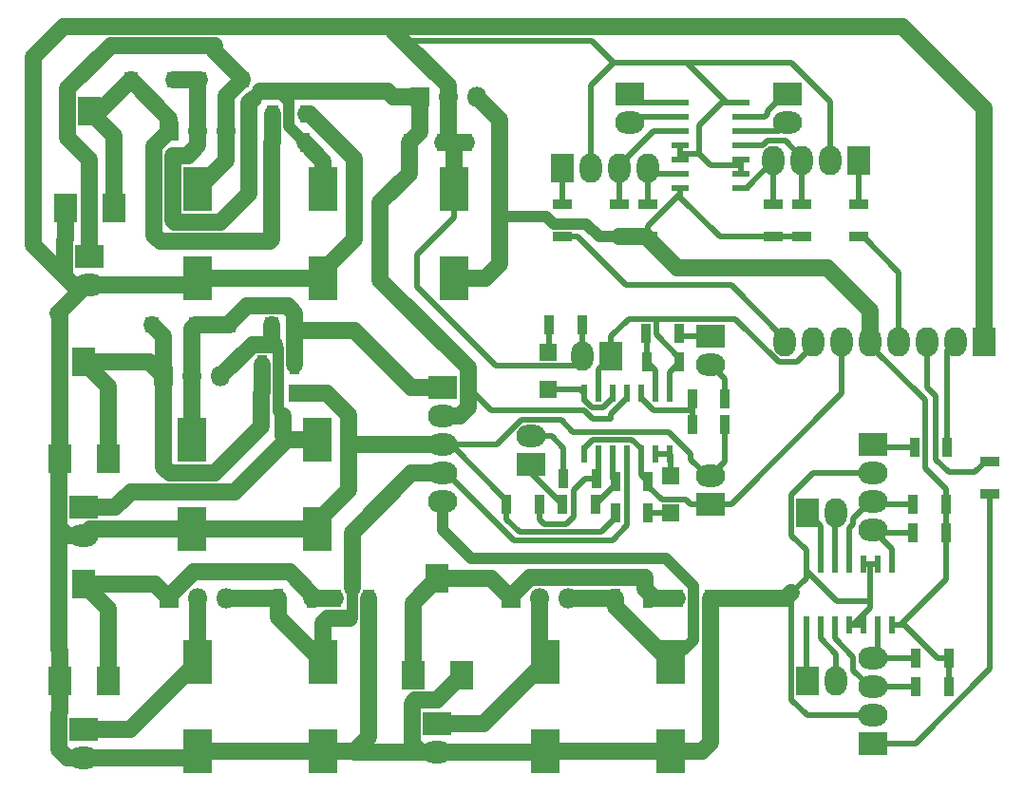
<source format=gbr>
G04 #@! TF.GenerationSoftware,KiCad,Pcbnew,5.0.2-bee76a0~70~ubuntu18.04.1*
G04 #@! TF.CreationDate,2020-04-05T16:45:57+02:00*
G04 #@! TF.ProjectId,test_box_control_board,74657374-5f62-46f7-985f-636f6e74726f,rev?*
G04 #@! TF.SameCoordinates,PX78dfd90PY94bb320*
G04 #@! TF.FileFunction,Copper,L1,Top*
G04 #@! TF.FilePolarity,Positive*
%FSLAX46Y46*%
G04 Gerber Fmt 4.6, Leading zero omitted, Abs format (unit mm)*
G04 Created by KiCad (PCBNEW 5.0.2-bee76a0~70~ubuntu18.04.1) date sön  5 apr 2020 16:45:57*
%MOMM*%
%LPD*%
G01*
G04 APERTURE LIST*
G04 #@! TA.AperFunction,SMDPad,CuDef*
%ADD10R,2.500000X4.000000*%
G04 #@! TD*
G04 #@! TA.AperFunction,SMDPad,CuDef*
%ADD11R,1.000000X1.600000*%
G04 #@! TD*
G04 #@! TA.AperFunction,SMDPad,CuDef*
%ADD12R,1.270000X1.470000*%
G04 #@! TD*
G04 #@! TA.AperFunction,SMDPad,CuDef*
%ADD13R,1.500000X1.500000*%
G04 #@! TD*
G04 #@! TA.AperFunction,ComponentPad*
%ADD14O,2.600000X2.000000*%
G04 #@! TD*
G04 #@! TA.AperFunction,ComponentPad*
%ADD15R,2.600000X2.000000*%
G04 #@! TD*
G04 #@! TA.AperFunction,ComponentPad*
%ADD16O,2.000000X2.600000*%
G04 #@! TD*
G04 #@! TA.AperFunction,ComponentPad*
%ADD17R,2.000000X2.600000*%
G04 #@! TD*
G04 #@! TA.AperFunction,SMDPad,CuDef*
%ADD18R,0.900000X1.700000*%
G04 #@! TD*
G04 #@! TA.AperFunction,SMDPad,CuDef*
%ADD19R,1.700000X0.900000*%
G04 #@! TD*
G04 #@! TA.AperFunction,SMDPad,CuDef*
%ADD20R,2.000000X2.500000*%
G04 #@! TD*
G04 #@! TA.AperFunction,ComponentPad*
%ADD21O,1.800000X1.800000*%
G04 #@! TD*
G04 #@! TA.AperFunction,ComponentPad*
%ADD22R,1.800000X1.800000*%
G04 #@! TD*
G04 #@! TA.AperFunction,SMDPad,CuDef*
%ADD23R,0.600000X1.500000*%
G04 #@! TD*
G04 #@! TA.AperFunction,SMDPad,CuDef*
%ADD24R,1.500000X0.600000*%
G04 #@! TD*
G04 #@! TA.AperFunction,Conductor*
%ADD25C,1.500000*%
G04 #@! TD*
G04 #@! TA.AperFunction,Conductor*
%ADD26C,0.500000*%
G04 #@! TD*
G04 #@! TA.AperFunction,Conductor*
%ADD27C,1.000000*%
G04 #@! TD*
G04 APERTURE END LIST*
D10*
G04 #@! TO.P,C1,2*
G04 #@! TO.N,GND*
X26162000Y22416000D03*
G04 #@! TO.P,C1,1*
G04 #@! TO.N,/21V_IN*
X26162000Y30416000D03*
G04 #@! TD*
G04 #@! TO.P,C2,1*
G04 #@! TO.N,GND*
X46482000Y2604000D03*
G04 #@! TO.P,C2,2*
G04 #@! TO.N,/-21V_IN*
X46482000Y10604000D03*
G04 #@! TD*
G04 #@! TO.P,C3,1*
G04 #@! TO.N,/11V_IN*
X15494000Y52768000D03*
G04 #@! TO.P,C3,2*
G04 #@! TO.N,GND*
X15494000Y44768000D03*
G04 #@! TD*
G04 #@! TO.P,C4,2*
G04 #@! TO.N,/-11V_IN*
X15494000Y10604000D03*
G04 #@! TO.P,C4,1*
G04 #@! TO.N,GND*
X15494000Y2604000D03*
G04 #@! TD*
D11*
G04 #@! TO.P,C5,2*
G04 #@! TO.N,Net-(C5-Pad2)*
X58190000Y16256000D03*
G04 #@! TO.P,C5,1*
G04 #@! TO.N,GND*
X61190000Y16256000D03*
G04 #@! TD*
G04 #@! TO.P,C6,2*
G04 #@! TO.N,Net-(C6-Pad2)*
X27710000Y16256000D03*
G04 #@! TO.P,C6,1*
G04 #@! TO.N,GND*
X30710000Y16256000D03*
G04 #@! TD*
G04 #@! TO.P,C7,2*
G04 #@! TO.N,GND*
X24130000Y34544000D03*
G04 #@! TO.P,C7,1*
G04 #@! TO.N,Net-(C7-Pad1)*
X21130000Y34544000D03*
G04 #@! TD*
G04 #@! TO.P,C8,1*
G04 #@! TO.N,Net-(C8-Pad1)*
X22122000Y59436000D03*
G04 #@! TO.P,C8,2*
G04 #@! TO.N,GND*
X25122000Y59436000D03*
G04 #@! TD*
D10*
G04 #@! TO.P,C9,1*
G04 #@! TO.N,GND*
X57658000Y2604000D03*
G04 #@! TO.P,C9,2*
G04 #@! TO.N,/-18V*
X57658000Y10604000D03*
G04 #@! TD*
G04 #@! TO.P,C10,2*
G04 #@! TO.N,/-8V*
X26670000Y10604000D03*
G04 #@! TO.P,C10,1*
G04 #@! TO.N,GND*
X26670000Y2604000D03*
G04 #@! TD*
G04 #@! TO.P,C11,2*
G04 #@! TO.N,GND*
X14986000Y22416000D03*
G04 #@! TO.P,C11,1*
G04 #@! TO.N,/18V*
X14986000Y30416000D03*
G04 #@! TD*
G04 #@! TO.P,C12,1*
G04 #@! TO.N,/8V*
X26670000Y52768000D03*
G04 #@! TO.P,C12,2*
G04 #@! TO.N,GND*
X26670000Y44768000D03*
G04 #@! TD*
D11*
G04 #@! TO.P,C13,1*
G04 #@! TO.N,/8V*
X34314000Y56896000D03*
G04 #@! TO.P,C13,2*
G04 #@! TO.N,GND*
X37314000Y56896000D03*
G04 #@! TD*
G04 #@! TO.P,C14,1*
G04 #@! TO.N,+5V*
X42394000Y56896000D03*
G04 #@! TO.P,C14,2*
G04 #@! TO.N,GND*
X39394000Y56896000D03*
G04 #@! TD*
D10*
G04 #@! TO.P,C15,2*
G04 #@! TO.N,GND*
X38354000Y52768000D03*
G04 #@! TO.P,C15,1*
G04 #@! TO.N,+5V*
X38354000Y44768000D03*
G04 #@! TD*
D12*
G04 #@! TO.P,D1,1*
G04 #@! TO.N,/21V_IN*
X22098000Y40640000D03*
G04 #@! TO.P,D1,2*
G04 #@! TO.N,/18V*
X18228000Y40640000D03*
G04 #@! TD*
G04 #@! TO.P,D2,1*
G04 #@! TO.N,/11V_IN*
X19461000Y62484000D03*
G04 #@! TO.P,D2,2*
G04 #@! TO.N,/8V*
X15591000Y62484000D03*
G04 #@! TD*
G04 #@! TO.P,D3,2*
G04 #@! TO.N,Net-(C7-Pad1)*
X11430000Y40640000D03*
G04 #@! TO.P,D3,1*
G04 #@! TO.N,/18V*
X15300000Y40640000D03*
G04 #@! TD*
G04 #@! TO.P,D4,2*
G04 #@! TO.N,Net-(C8-Pad1)*
X9495000Y62484000D03*
G04 #@! TO.P,D4,1*
G04 #@! TO.N,/8V*
X13365000Y62484000D03*
G04 #@! TD*
D13*
G04 #@! TO.P,D5,1*
G04 #@! TO.N,Net-(D5-Pad1)*
X57658000Y23878000D03*
G04 #@! TO.P,D5,2*
G04 #@! TO.N,Net-(D5-Pad2)*
X57658000Y27178000D03*
G04 #@! TD*
G04 #@! TO.P,D6,2*
G04 #@! TO.N,Net-(D6-Pad2)*
X46736000Y34926000D03*
G04 #@! TO.P,D6,1*
G04 #@! TO.N,Net-(D6-Pad1)*
X46736000Y38226000D03*
G04 #@! TD*
D14*
G04 #@! TO.P,J1,2*
G04 #@! TO.N,GND*
X5334000Y21844000D03*
D15*
G04 #@! TO.P,J1,1*
G04 #@! TO.N,/21V_IN*
X5334000Y24384000D03*
G04 #@! TD*
D14*
G04 #@! TO.P,J2,2*
G04 #@! TO.N,GND*
X5842000Y44196000D03*
D15*
G04 #@! TO.P,J2,1*
G04 #@! TO.N,/11V_IN*
X5842000Y46736000D03*
G04 #@! TD*
G04 #@! TO.P,J3,1*
G04 #@! TO.N,/-21V_IN*
X36830000Y5080000D03*
D14*
G04 #@! TO.P,J3,2*
G04 #@! TO.N,GND*
X36830000Y2540000D03*
G04 #@! TD*
D15*
G04 #@! TO.P,J4,1*
G04 #@! TO.N,/-11V_IN*
X5334000Y4572000D03*
D14*
G04 #@! TO.P,J4,2*
G04 #@! TO.N,GND*
X5334000Y2032000D03*
G04 #@! TD*
G04 #@! TO.P,J6,2*
G04 #@! TO.N,/HS1*
X61214000Y37084000D03*
D15*
G04 #@! TO.P,J6,1*
G04 #@! TO.N,/~HS1*
X61214000Y39624000D03*
G04 #@! TD*
G04 #@! TO.P,J7,1*
G04 #@! TO.N,/~HS2*
X45212000Y28194000D03*
D14*
G04 #@! TO.P,J7,2*
G04 #@! TO.N,/HS2*
X45212000Y30734000D03*
G04 #@! TD*
D16*
G04 #@! TO.P,J9,8*
G04 #@! TO.N,/BL_CTL*
X67818000Y39116000D03*
G04 #@! TO.P,J9,7*
G04 #@! TO.N,/HS1_SE*
X70358000Y39116000D03*
G04 #@! TO.P,J9,6*
G04 #@! TO.N,/HS2_SE*
X72898000Y39116000D03*
G04 #@! TO.P,J9,5*
G04 #@! TO.N,+5V*
X75438000Y39116000D03*
G04 #@! TO.P,J9,4*
G04 #@! TO.N,/HRU_CTL*
X77978000Y39116000D03*
G04 #@! TO.P,J9,3*
G04 #@! TO.N,/SPARE_CTL*
X80518000Y39116000D03*
G04 #@! TO.P,J9,2*
G04 #@! TO.N,/G_CTL*
X83058000Y39116000D03*
D17*
G04 #@! TO.P,J9,1*
G04 #@! TO.N,GND*
X85598000Y39116000D03*
G04 #@! TD*
D16*
G04 #@! TO.P,J10,2*
G04 #@! TO.N,GND*
X49784000Y37846000D03*
D17*
G04 #@! TO.P,J10,1*
G04 #@! TO.N,/HS1_SE*
X52324000Y37846000D03*
G04 #@! TD*
D15*
G04 #@! TO.P,J11,1*
G04 #@! TO.N,/HS2_SE*
X61214000Y24638000D03*
D14*
G04 #@! TO.P,J11,2*
G04 #@! TO.N,GND*
X61214000Y27178000D03*
G04 #@! TD*
G04 #@! TO.P,J12,2*
G04 #@! TO.N,/BL*
X53945575Y58674000D03*
D15*
G04 #@! TO.P,J12,1*
G04 #@! TO.N,/~BL*
X53945575Y61214000D03*
G04 #@! TD*
G04 #@! TO.P,J13,1*
G04 #@! TO.N,/~HRU*
X68072000Y61214000D03*
D14*
G04 #@! TO.P,J13,2*
G04 #@! TO.N,/HRU*
X68072000Y58674000D03*
G04 #@! TD*
D16*
G04 #@! TO.P,J14,2*
G04 #@! TO.N,Net-(J14-Pad2)*
X72390000Y8890000D03*
D17*
G04 #@! TO.P,J14,1*
G04 #@! TO.N,Net-(J14-Pad1)*
X69850000Y8890000D03*
G04 #@! TD*
G04 #@! TO.P,J15,1*
G04 #@! TO.N,/~G*
X69850000Y23876000D03*
D16*
G04 #@! TO.P,J15,2*
G04 #@! TO.N,/G*
X72390000Y23876000D03*
G04 #@! TD*
D18*
G04 #@! TO.P,R1,1*
G04 #@! TO.N,Net-(C5-Pad2)*
X55626000Y16256000D03*
G04 #@! TO.P,R1,2*
G04 #@! TO.N,/-18V*
X52726000Y16256000D03*
G04 #@! TD*
G04 #@! TO.P,R2,2*
G04 #@! TO.N,/-8V*
X22680000Y16256000D03*
G04 #@! TO.P,R2,1*
G04 #@! TO.N,Net-(C6-Pad2)*
X25580000Y16256000D03*
G04 #@! TD*
G04 #@! TO.P,R3,2*
G04 #@! TO.N,Net-(C7-Pad1)*
X21230000Y37084000D03*
G04 #@! TO.P,R3,1*
G04 #@! TO.N,/18V*
X24130000Y37084000D03*
G04 #@! TD*
G04 #@! TO.P,R4,1*
G04 #@! TO.N,/8V*
X24998000Y56896000D03*
G04 #@! TO.P,R4,2*
G04 #@! TO.N,Net-(C8-Pad1)*
X22098000Y56896000D03*
G04 #@! TD*
G04 #@! TO.P,R5,2*
G04 #@! TO.N,/~HS1*
X58346000Y39878000D03*
G04 #@! TO.P,R5,1*
G04 #@! TO.N,Net-(R11-Pad2)*
X55446000Y39878000D03*
G04 #@! TD*
G04 #@! TO.P,R6,1*
G04 #@! TO.N,Net-(R6-Pad1)*
X59584000Y34036000D03*
G04 #@! TO.P,R6,2*
G04 #@! TO.N,/HS1*
X62484000Y34036000D03*
G04 #@! TD*
G04 #@! TO.P,R7,2*
G04 #@! TO.N,/~HS2*
X48006000Y24638000D03*
G04 #@! TO.P,R7,1*
G04 #@! TO.N,Net-(R12-Pad2)*
X50906000Y24638000D03*
G04 #@! TD*
G04 #@! TO.P,R8,2*
G04 #@! TO.N,/HS2*
X48080000Y26924000D03*
G04 #@! TO.P,R8,1*
G04 #@! TO.N,Net-(R10-Pad1)*
X50980000Y26924000D03*
G04 #@! TD*
G04 #@! TO.P,R9,2*
G04 #@! TO.N,GND*
X62484000Y31750000D03*
G04 #@! TO.P,R9,1*
G04 #@! TO.N,Net-(R6-Pad1)*
X59584000Y31750000D03*
G04 #@! TD*
G04 #@! TO.P,R10,1*
G04 #@! TO.N,Net-(R10-Pad1)*
X45900000Y24638000D03*
G04 #@! TO.P,R10,2*
G04 #@! TO.N,GND*
X43000000Y24638000D03*
G04 #@! TD*
G04 #@! TO.P,R11,1*
G04 #@! TO.N,/HS1_SE*
X58420000Y37338000D03*
G04 #@! TO.P,R11,2*
G04 #@! TO.N,Net-(R11-Pad2)*
X55520000Y37338000D03*
G04 #@! TD*
G04 #@! TO.P,R12,1*
G04 #@! TO.N,/HS2_SE*
X55626000Y26670000D03*
G04 #@! TO.P,R12,2*
G04 #@! TO.N,Net-(R12-Pad2)*
X52726000Y26670000D03*
G04 #@! TD*
G04 #@! TO.P,R13,1*
G04 #@! TO.N,Net-(D5-Pad1)*
X55626000Y23876000D03*
G04 #@! TO.P,R13,2*
G04 #@! TO.N,GND*
X52726000Y23876000D03*
G04 #@! TD*
G04 #@! TO.P,R14,1*
G04 #@! TO.N,Net-(D6-Pad1)*
X46810000Y40640000D03*
G04 #@! TO.P,R14,2*
G04 #@! TO.N,GND*
X49710000Y40640000D03*
G04 #@! TD*
D19*
G04 #@! TO.P,R15,2*
G04 #@! TO.N,/BL_CTL*
X48006000Y48514000D03*
G04 #@! TO.P,R15,1*
G04 #@! TO.N,Net-(J8-Pad1)*
X48006000Y51414000D03*
G04 #@! TD*
G04 #@! TO.P,R16,1*
G04 #@! TO.N,Net-(J16-Pad1)*
X74422000Y51414000D03*
G04 #@! TO.P,R16,2*
G04 #@! TO.N,/HRU_CTL*
X74422000Y48514000D03*
G04 #@! TD*
G04 #@! TO.P,R17,2*
G04 #@! TO.N,/SPARE_CTL*
X86106000Y28448000D03*
G04 #@! TO.P,R17,1*
G04 #@! TO.N,Net-(J17-Pad1)*
X86106000Y25548000D03*
G04 #@! TD*
D18*
G04 #@! TO.P,R18,2*
G04 #@! TO.N,/G_CTL*
X82296000Y29718000D03*
G04 #@! TO.P,R18,1*
G04 #@! TO.N,Net-(J18-Pad1)*
X79396000Y29718000D03*
G04 #@! TD*
D19*
G04 #@! TO.P,R19,1*
G04 #@! TO.N,+5V*
X53086000Y48514000D03*
G04 #@! TO.P,R19,2*
G04 #@! TO.N,Net-(J8-Pad3)*
X53086000Y51414000D03*
G04 #@! TD*
G04 #@! TO.P,R20,1*
G04 #@! TO.N,+5V*
X69342000Y48514000D03*
G04 #@! TO.P,R20,2*
G04 #@! TO.N,Net-(J16-Pad3)*
X69342000Y51414000D03*
G04 #@! TD*
D18*
G04 #@! TO.P,R21,2*
G04 #@! TO.N,Net-(J17-Pad3)*
X79502000Y8382000D03*
G04 #@! TO.P,R21,1*
G04 #@! TO.N,+5V*
X82402000Y8382000D03*
G04 #@! TD*
G04 #@! TO.P,R22,1*
G04 #@! TO.N,+5V*
X82148000Y24638000D03*
G04 #@! TO.P,R22,2*
G04 #@! TO.N,Net-(J18-Pad3)*
X79248000Y24638000D03*
G04 #@! TD*
D19*
G04 #@! TO.P,R23,2*
G04 #@! TO.N,Net-(J8-Pad4)*
X55626000Y51414000D03*
G04 #@! TO.P,R23,1*
G04 #@! TO.N,+5V*
X55626000Y48514000D03*
G04 #@! TD*
G04 #@! TO.P,R24,2*
G04 #@! TO.N,Net-(J16-Pad4)*
X66802000Y51414000D03*
G04 #@! TO.P,R24,1*
G04 #@! TO.N,+5V*
X66802000Y48514000D03*
G04 #@! TD*
D18*
G04 #@! TO.P,R25,2*
G04 #@! TO.N,Net-(J17-Pad4)*
X79502000Y10922000D03*
G04 #@! TO.P,R25,1*
G04 #@! TO.N,+5V*
X82402000Y10922000D03*
G04 #@! TD*
G04 #@! TO.P,R26,1*
G04 #@! TO.N,+5V*
X82148000Y22098000D03*
G04 #@! TO.P,R26,2*
G04 #@! TO.N,Net-(J18-Pad4)*
X79248000Y22098000D03*
G04 #@! TD*
D20*
G04 #@! TO.P,RV1,1*
G04 #@! TO.N,GND*
X38980000Y9391000D03*
G04 #@! TO.P,RV1,2*
G04 #@! TO.N,Net-(C5-Pad2)*
X36830000Y18041000D03*
G04 #@! TO.P,RV1,3*
X34680000Y9391000D03*
G04 #@! TD*
G04 #@! TO.P,RV2,1*
G04 #@! TO.N,Net-(C6-Pad2)*
X7484000Y8883000D03*
G04 #@! TO.P,RV2,2*
X5334000Y17533000D03*
G04 #@! TO.P,RV2,3*
G04 #@! TO.N,GND*
X3184000Y8883000D03*
G04 #@! TD*
G04 #@! TO.P,RV3,3*
G04 #@! TO.N,GND*
X3184000Y28695000D03*
G04 #@! TO.P,RV3,2*
G04 #@! TO.N,Net-(C7-Pad1)*
X5334000Y37345000D03*
G04 #@! TO.P,RV3,1*
X7484000Y28695000D03*
G04 #@! TD*
G04 #@! TO.P,RV4,3*
G04 #@! TO.N,GND*
X3692000Y51047000D03*
G04 #@! TO.P,RV4,2*
G04 #@! TO.N,Net-(C8-Pad1)*
X5842000Y59697000D03*
G04 #@! TO.P,RV4,1*
X7992000Y51047000D03*
G04 #@! TD*
D21*
G04 #@! TO.P,U1,3*
G04 #@! TO.N,/-18V*
X48514000Y16256000D03*
G04 #@! TO.P,U1,2*
G04 #@! TO.N,/-21V_IN*
X45974000Y16256000D03*
D22*
G04 #@! TO.P,U1,1*
G04 #@! TO.N,Net-(C5-Pad2)*
X43434000Y16256000D03*
G04 #@! TD*
D21*
G04 #@! TO.P,U2,3*
G04 #@! TO.N,/-8V*
X18034000Y16256000D03*
G04 #@! TO.P,U2,2*
G04 #@! TO.N,/-11V_IN*
X15494000Y16256000D03*
D22*
G04 #@! TO.P,U2,1*
G04 #@! TO.N,Net-(C6-Pad2)*
X12954000Y16256000D03*
G04 #@! TD*
D21*
G04 #@! TO.P,U3,3*
G04 #@! TO.N,/21V_IN*
X17526000Y36068000D03*
G04 #@! TO.P,U3,2*
G04 #@! TO.N,/18V*
X14986000Y36068000D03*
D22*
G04 #@! TO.P,U3,1*
G04 #@! TO.N,Net-(C7-Pad1)*
X12446000Y36068000D03*
G04 #@! TD*
G04 #@! TO.P,U4,1*
G04 #@! TO.N,Net-(C8-Pad1)*
X12954000Y57912000D03*
D21*
G04 #@! TO.P,U4,2*
G04 #@! TO.N,/8V*
X15494000Y57912000D03*
G04 #@! TO.P,U4,3*
G04 #@! TO.N,/11V_IN*
X18034000Y57912000D03*
G04 #@! TD*
D22*
G04 #@! TO.P,U5,1*
G04 #@! TO.N,/8V*
X35306000Y60960000D03*
D21*
G04 #@! TO.P,U5,2*
G04 #@! TO.N,GND*
X37846000Y60960000D03*
G04 #@! TO.P,U5,3*
G04 #@! TO.N,+5V*
X40386000Y60960000D03*
G04 #@! TD*
D23*
G04 #@! TO.P,U6,14*
G04 #@! TO.N,Net-(D5-Pad2)*
X57527088Y29175343D03*
G04 #@! TO.P,U6,13*
X56257088Y29175343D03*
G04 #@! TO.P,U6,12*
G04 #@! TO.N,/HS2_SE*
X54987088Y29175343D03*
G04 #@! TO.P,U6,11*
G04 #@! TO.N,/-8V*
X53717088Y29175343D03*
G04 #@! TO.P,U6,10*
G04 #@! TO.N,Net-(R12-Pad2)*
X52447088Y29175343D03*
G04 #@! TO.P,U6,9*
G04 #@! TO.N,Net-(R10-Pad1)*
X51177088Y29175343D03*
G04 #@! TO.P,U6,8*
G04 #@! TO.N,/HS2_SE*
X49907088Y29175343D03*
G04 #@! TO.P,U6,7*
G04 #@! TO.N,Net-(D6-Pad2)*
X49907088Y34575343D03*
G04 #@! TO.P,U6,6*
G04 #@! TO.N,/HS1_SE*
X51177088Y34575343D03*
G04 #@! TO.P,U6,5*
G04 #@! TO.N,Net-(D6-Pad2)*
X52447088Y34575343D03*
G04 #@! TO.P,U6,4*
G04 #@! TO.N,/8V*
X53717088Y34575343D03*
G04 #@! TO.P,U6,3*
G04 #@! TO.N,Net-(R6-Pad1)*
X54987088Y34575343D03*
G04 #@! TO.P,U6,2*
G04 #@! TO.N,Net-(R11-Pad2)*
X56257088Y34575343D03*
G04 #@! TO.P,U6,1*
G04 #@! TO.N,/HS1_SE*
X57527088Y34575343D03*
G04 #@! TD*
D24*
G04 #@! TO.P,U7,14*
G04 #@! TO.N,+5V*
X58482918Y52832000D03*
G04 #@! TO.P,U7,13*
G04 #@! TO.N,Net-(J8-Pad4)*
X58482918Y54102000D03*
G04 #@! TO.P,U7,12*
G04 #@! TO.N,GND*
X58482918Y55372000D03*
G04 #@! TO.P,U7,11*
X58482918Y56642000D03*
G04 #@! TO.P,U7,10*
G04 #@! TO.N,Net-(J8-Pad3)*
X58482918Y57912000D03*
G04 #@! TO.P,U7,9*
G04 #@! TO.N,/BL*
X58482918Y59182000D03*
G04 #@! TO.P,U7,8*
G04 #@! TO.N,/~BL*
X58482918Y60452000D03*
G04 #@! TO.P,U7,7*
G04 #@! TO.N,GND*
X63882918Y60452000D03*
G04 #@! TO.P,U7,6*
G04 #@! TO.N,/~HRU*
X63882918Y59182000D03*
G04 #@! TO.P,U7,5*
G04 #@! TO.N,/HRU*
X63882918Y57912000D03*
G04 #@! TO.P,U7,4*
G04 #@! TO.N,Net-(J16-Pad3)*
X63882918Y56642000D03*
G04 #@! TO.P,U7,3*
G04 #@! TO.N,GND*
X63882918Y55372000D03*
G04 #@! TO.P,U7,2*
X63882918Y54102000D03*
G04 #@! TO.P,U7,1*
G04 #@! TO.N,Net-(J16-Pad4)*
X63882918Y52832000D03*
G04 #@! TD*
D23*
G04 #@! TO.P,U8,1*
G04 #@! TO.N,Net-(J18-Pad4)*
X77339088Y19335343D03*
G04 #@! TO.P,U8,2*
G04 #@! TO.N,GND*
X76069088Y19335343D03*
G04 #@! TO.P,U8,3*
X74799088Y19335343D03*
G04 #@! TO.P,U8,4*
G04 #@! TO.N,Net-(J18-Pad3)*
X73529088Y19335343D03*
G04 #@! TO.P,U8,5*
G04 #@! TO.N,/G*
X72259088Y19335343D03*
G04 #@! TO.P,U8,6*
G04 #@! TO.N,/~G*
X70989088Y19335343D03*
G04 #@! TO.P,U8,7*
G04 #@! TO.N,GND*
X69719088Y19335343D03*
G04 #@! TO.P,U8,8*
G04 #@! TO.N,Net-(J14-Pad1)*
X69719088Y13935343D03*
G04 #@! TO.P,U8,9*
G04 #@! TO.N,Net-(J14-Pad2)*
X70989088Y13935343D03*
G04 #@! TO.P,U8,10*
G04 #@! TO.N,Net-(J17-Pad3)*
X72259088Y13935343D03*
G04 #@! TO.P,U8,11*
G04 #@! TO.N,GND*
X73529088Y13935343D03*
G04 #@! TO.P,U8,12*
X74799088Y13935343D03*
G04 #@! TO.P,U8,13*
G04 #@! TO.N,Net-(J17-Pad4)*
X76069088Y13935343D03*
G04 #@! TO.P,U8,14*
G04 #@! TO.N,+5V*
X77339088Y13935343D03*
G04 #@! TD*
D14*
G04 #@! TO.P,J5,5*
G04 #@! TO.N,/-18V*
X37338000Y24892000D03*
G04 #@! TO.P,J5,4*
G04 #@! TO.N,/-8V*
X37338000Y27432000D03*
G04 #@! TO.P,J5,3*
G04 #@! TO.N,GND*
X37338000Y29972000D03*
G04 #@! TO.P,J5,2*
G04 #@! TO.N,/8V*
X37338000Y32512000D03*
D15*
G04 #@! TO.P,J5,1*
G04 #@! TO.N,/18V*
X37338000Y35052000D03*
G04 #@! TD*
D17*
G04 #@! TO.P,J8,1*
G04 #@! TO.N,Net-(J8-Pad1)*
X48006000Y54610000D03*
D16*
G04 #@! TO.P,J8,2*
G04 #@! TO.N,GND*
X50546000Y54610000D03*
G04 #@! TO.P,J8,3*
G04 #@! TO.N,Net-(J8-Pad3)*
X53086000Y54610000D03*
G04 #@! TO.P,J8,4*
G04 #@! TO.N,Net-(J8-Pad4)*
X55626000Y54610000D03*
G04 #@! TD*
D17*
G04 #@! TO.P,J16,1*
G04 #@! TO.N,Net-(J16-Pad1)*
X74422000Y55267208D03*
D16*
G04 #@! TO.P,J16,2*
G04 #@! TO.N,GND*
X71882000Y55267208D03*
G04 #@! TO.P,J16,3*
G04 #@! TO.N,Net-(J16-Pad3)*
X69342000Y55267208D03*
G04 #@! TO.P,J16,4*
G04 #@! TO.N,Net-(J16-Pad4)*
X66802000Y55267208D03*
G04 #@! TD*
D14*
G04 #@! TO.P,J17,4*
G04 #@! TO.N,Net-(J17-Pad4)*
X75692000Y10922000D03*
G04 #@! TO.P,J17,3*
G04 #@! TO.N,Net-(J17-Pad3)*
X75692000Y8382000D03*
G04 #@! TO.P,J17,2*
G04 #@! TO.N,GND*
X75692000Y5842000D03*
D15*
G04 #@! TO.P,J17,1*
G04 #@! TO.N,Net-(J17-Pad1)*
X75692000Y3302000D03*
G04 #@! TD*
D14*
G04 #@! TO.P,J18,4*
G04 #@! TO.N,Net-(J18-Pad4)*
X75692000Y22352000D03*
G04 #@! TO.P,J18,3*
G04 #@! TO.N,Net-(J18-Pad3)*
X75692000Y24892000D03*
G04 #@! TO.P,J18,2*
G04 #@! TO.N,GND*
X75692000Y27432000D03*
D15*
G04 #@! TO.P,J18,1*
G04 #@! TO.N,Net-(J18-Pad1)*
X75692000Y29972000D03*
G04 #@! TD*
D25*
G04 #@! TO.N,GND*
X15494000Y44768000D02*
X26670000Y44768000D01*
X36830000Y2540000D02*
X35359998Y2540000D01*
X38354000Y52768000D02*
X38354000Y56896000D01*
D26*
X68399999Y7229999D02*
X68399999Y16766254D01*
D25*
X29420000Y2604000D02*
X26670000Y2604000D01*
X29484000Y2540000D02*
X36830000Y2540000D01*
D26*
X68399999Y21904432D02*
X69719088Y20585343D01*
D25*
X3184000Y41538000D02*
X3042000Y41680000D01*
X3083999Y11733001D02*
X3083999Y22623999D01*
D26*
X63882918Y54864000D02*
X61214000Y54864000D01*
D25*
X34538000Y29972000D02*
X28912000Y29972000D01*
X28912000Y25916000D02*
X26162000Y23166000D01*
D26*
X76069088Y19335343D02*
X75438000Y19335343D01*
D25*
X67889745Y16256000D02*
X64262000Y16256000D01*
X3042000Y41696000D02*
X5542000Y44196000D01*
X64262000Y16256000D02*
X61190000Y16256000D01*
X3083999Y27721999D02*
X3083999Y22623999D01*
X5842000Y44196000D02*
X4371998Y44196000D01*
D26*
X50546000Y54610000D02*
X50546000Y61976000D01*
D25*
X34876999Y7190999D02*
X36779999Y7190999D01*
D26*
X63882918Y55372000D02*
X63882918Y54864000D01*
X52578000Y64008000D02*
X59076918Y64008000D01*
D25*
X26162000Y23166000D02*
X26162000Y22416000D01*
X771010Y64525010D02*
X3478010Y67232010D01*
X3591999Y48196999D02*
X3692000Y48297000D01*
X37314000Y56896000D02*
X38354000Y56896000D01*
X46418000Y2540000D02*
X46482000Y2604000D01*
D26*
X68399999Y25536001D02*
X68399999Y21904432D01*
D25*
X29420000Y55484002D02*
X29420000Y48268000D01*
D27*
X24130000Y34544000D02*
X24638000Y34544000D01*
D25*
X5842000Y44196000D02*
X14922000Y44196000D01*
X68399999Y16766254D02*
X67889745Y16256000D01*
D26*
X75438000Y19335343D02*
X75438000Y16002000D01*
D25*
X37338000Y29972000D02*
X34538000Y29972000D01*
X3184000Y27822000D02*
X3083999Y27721999D01*
X3863998Y21844000D02*
X5334000Y21844000D01*
X34579999Y3319999D02*
X34579999Y6893999D01*
X3184000Y28695000D02*
X3184000Y41538000D01*
X60408000Y2604000D02*
X57658000Y2604000D01*
D26*
X75692000Y27432000D02*
X70295998Y27432000D01*
D25*
X3863998Y2032000D02*
X3083999Y2811999D01*
D26*
X58482918Y56642000D02*
X58482918Y55880000D01*
D25*
X3083999Y22623999D02*
X3863998Y21844000D01*
D26*
X75438000Y15459343D02*
X73914000Y13935343D01*
X50591998Y65994002D02*
X52578000Y64008000D01*
D25*
X5542000Y44196000D02*
X5842000Y44196000D01*
X3042000Y41680000D02*
X3042000Y41696000D01*
X4371998Y44196000D02*
X771010Y47796988D01*
D26*
X73914000Y13935343D02*
X73529088Y13935343D01*
X71882000Y55267208D02*
X71882000Y60514002D01*
X68388002Y64008000D02*
X59076918Y64008000D01*
D25*
X14922000Y44196000D02*
X15494000Y44768000D01*
X32543992Y67232010D02*
X33782000Y65994002D01*
X35359998Y2540000D02*
X34579999Y3319999D01*
D26*
X69719088Y20585343D02*
X69719088Y19335343D01*
D25*
X4371998Y44196000D02*
X3591999Y44975999D01*
X30710000Y3894000D02*
X29420000Y2604000D01*
X61190000Y16256000D02*
X61190000Y3386000D01*
D26*
X70295998Y27432000D02*
X68399999Y25536001D01*
X33782000Y65994002D02*
X50591998Y65994002D01*
D25*
X25468002Y59436000D02*
X29420000Y55484002D01*
X30710000Y16256000D02*
X30710000Y3894000D01*
D26*
X75692000Y5842000D02*
X69787998Y5842000D01*
X69787998Y5842000D02*
X68399999Y7229999D01*
D25*
X3184000Y8883000D02*
X3184000Y11633000D01*
D26*
X59076918Y64008000D02*
X62632918Y60452000D01*
D25*
X26670000Y45518000D02*
X26670000Y44768000D01*
X29420000Y48268000D02*
X26670000Y45518000D01*
X34579999Y6893999D02*
X34876999Y7190999D01*
D26*
X71882000Y60514002D02*
X68388002Y64008000D01*
D25*
X3591999Y44975999D02*
X3591999Y48196999D01*
X37846000Y57428000D02*
X37314000Y56896000D01*
X38354000Y56896000D02*
X39394000Y56896000D01*
D26*
X58482918Y55880000D02*
X58482918Y55372000D01*
D25*
X3083999Y6032999D02*
X3184000Y6133000D01*
X37800002Y61976000D02*
X37800002Y61005998D01*
D26*
X50546000Y61976000D02*
X52578000Y64008000D01*
D25*
X33782000Y65994002D02*
X37800002Y61976000D01*
X3184000Y6133000D02*
X3184000Y8883000D01*
X15494000Y2604000D02*
X26670000Y2604000D01*
D26*
X63882918Y60452000D02*
X62230000Y60452000D01*
X74799088Y13935343D02*
X73914000Y13935343D01*
X75438000Y16002000D02*
X75438000Y15459343D01*
D25*
X25122000Y59436000D02*
X25468002Y59436000D01*
X5334000Y2032000D02*
X3863998Y2032000D01*
X5906000Y22416000D02*
X5334000Y21844000D01*
D26*
X68399999Y16766254D02*
X69719088Y18085343D01*
X63882918Y54864000D02*
X63882918Y54102000D01*
D25*
X771010Y47796988D02*
X771010Y64525010D01*
X3083999Y2811999D02*
X3083999Y6032999D01*
X61190000Y3386000D02*
X60408000Y2604000D01*
X37800002Y61005998D02*
X37846000Y60960000D01*
D26*
X75438000Y19335343D02*
X74799088Y19335343D01*
D25*
X37846000Y60960000D02*
X37846000Y57428000D01*
X46482000Y2604000D02*
X57658000Y2604000D01*
X14986000Y22416000D02*
X5906000Y22416000D01*
X26994002Y34544000D02*
X28912000Y32626002D01*
X26162000Y22416000D02*
X14986000Y22416000D01*
X28912000Y32626002D02*
X28912000Y29972000D01*
X5334000Y2032000D02*
X14922000Y2032000D01*
D26*
X62632918Y60452000D02*
X63882918Y60452000D01*
D25*
X24638000Y34544000D02*
X26994002Y34544000D01*
D26*
X72462429Y16002000D02*
X75438000Y16002000D01*
D25*
X3692000Y48297000D02*
X3692000Y51047000D01*
X36779999Y7190999D02*
X38980000Y9391000D01*
X28912000Y29972000D02*
X28912000Y25916000D01*
D26*
X69719088Y18745341D02*
X72462429Y16002000D01*
D25*
X14922000Y2032000D02*
X15494000Y2604000D01*
D26*
X60198000Y55880000D02*
X58482918Y55880000D01*
X60198000Y58420000D02*
X60198000Y55880000D01*
D25*
X3184000Y28695000D02*
X3184000Y27822000D01*
X3184000Y11633000D02*
X3083999Y11733001D01*
D26*
X69719088Y18085343D02*
X69719088Y19335343D01*
D25*
X36830000Y2540000D02*
X46418000Y2540000D01*
D26*
X61214000Y54864000D02*
X60198000Y55880000D01*
X62230000Y60452000D02*
X60198000Y58420000D01*
D25*
X29420000Y2604000D02*
X29484000Y2540000D01*
D26*
X69719088Y19335343D02*
X69719088Y18745341D01*
D25*
X85598000Y59944000D02*
X78309990Y67232010D01*
X78309990Y67232010D02*
X31750000Y67232010D01*
X85598000Y39116000D02*
X85598000Y59944000D01*
X3478010Y67232010D02*
X31750000Y67232010D01*
X31750000Y67232010D02*
X32543992Y67232010D01*
D26*
X44128010Y22159990D02*
X51409990Y22159990D01*
X51409990Y22159990D02*
X52726000Y23476000D01*
X43000000Y23288000D02*
X44128010Y22159990D01*
X52726000Y23476000D02*
X52726000Y23876000D01*
X43000000Y24638000D02*
X43000000Y23288000D01*
X49784000Y40566000D02*
X49710000Y40640000D01*
X49784000Y37846000D02*
X49784000Y40566000D01*
X62484000Y28448000D02*
X61214000Y27178000D01*
X62484000Y31750000D02*
X62484000Y28448000D01*
X38066000Y29972000D02*
X37338000Y29972000D01*
X43000000Y25038000D02*
X38066000Y29972000D01*
X43000000Y24638000D02*
X43000000Y25038000D01*
X42099377Y29972000D02*
X37338000Y29972000D01*
X44311387Y32184010D02*
X42099377Y29972000D01*
X47846696Y32184010D02*
X44311387Y32184010D01*
X60914000Y27178000D02*
X59414000Y28678000D01*
X61214000Y27178000D02*
X60914000Y27178000D01*
X59414000Y28678000D02*
X59414000Y29148433D01*
X48905353Y31125353D02*
X47846696Y32184010D01*
X59414000Y29148433D02*
X57437080Y31125353D01*
X57437080Y31125353D02*
X48905353Y31125353D01*
X42035999Y37025999D02*
X35052000Y44009998D01*
X49263999Y37025999D02*
X42035999Y37025999D01*
X49784000Y37846000D02*
X49784000Y37546000D01*
X49784000Y37546000D02*
X49263999Y37025999D01*
X38354000Y50268000D02*
X38354000Y52768000D01*
X35052000Y46966000D02*
X38354000Y50268000D01*
X35052000Y44009998D02*
X35052000Y46966000D01*
D25*
G04 #@! TO.N,/21V_IN*
X20342001Y38884001D02*
X22329999Y38884001D01*
X17526000Y36068000D02*
X20342001Y38884001D01*
D27*
X22680010Y38533990D02*
X22680010Y32945990D01*
X22329999Y38884001D02*
X22680010Y38533990D01*
X22680010Y32945990D02*
X23114000Y32512000D01*
D25*
X23114000Y30714000D02*
X23412000Y30416000D01*
X23114000Y32512000D02*
X23114000Y30714000D01*
X22098000Y39116000D02*
X22329999Y38884001D01*
X22098000Y40640000D02*
X22098000Y39116000D01*
X23412000Y30416000D02*
X26162000Y30416000D01*
X18761989Y25765989D02*
X23412000Y30416000D01*
X9515989Y25765989D02*
X18761989Y25765989D01*
X8134000Y24384000D02*
X9515989Y25765989D01*
X5334000Y24384000D02*
X8134000Y24384000D01*
G04 #@! TO.N,/-21V_IN*
X40958000Y5080000D02*
X46482000Y10604000D01*
X36830000Y5080000D02*
X40958000Y5080000D01*
X45974000Y11112000D02*
X46482000Y10604000D01*
X45974000Y16256000D02*
X45974000Y11112000D01*
G04 #@! TO.N,/11V_IN*
X18034000Y55308000D02*
X18034000Y57912000D01*
X15494000Y52768000D02*
X18034000Y55308000D01*
X18034000Y61057000D02*
X19461000Y62484000D01*
X18034000Y57912000D02*
X18034000Y61057000D01*
X3891999Y61707001D02*
X7716998Y65532000D01*
X3891999Y57322001D02*
X3891999Y61707001D01*
X5842000Y46736000D02*
X5842000Y55372000D01*
X5842000Y55372000D02*
X3891999Y57322001D01*
X7716998Y65532000D02*
X17018000Y65532000D01*
X19461000Y62584000D02*
X19461000Y62484000D01*
X17018000Y65027000D02*
X19461000Y62584000D01*
X17018000Y65532000D02*
X17018000Y65027000D01*
G04 #@! TO.N,/-11V_IN*
X15494000Y16256000D02*
X15494000Y10604000D01*
X9462000Y4572000D02*
X15494000Y10604000D01*
X5334000Y4572000D02*
X9462000Y4572000D01*
G04 #@! TO.N,Net-(C5-Pad2)*
X34680000Y15891000D02*
X36830000Y18041000D01*
X34680000Y9391000D02*
X34680000Y15891000D01*
X41649000Y18041000D02*
X43434000Y16256000D01*
X36830000Y18041000D02*
X41649000Y18041000D01*
X45085999Y18106001D02*
X55299999Y18106001D01*
X43434000Y16256000D02*
X43434000Y16454002D01*
X43434000Y16454002D02*
X45085999Y18106001D01*
X56190000Y16256000D02*
X58190000Y16256000D01*
X55299999Y17146001D02*
X56190000Y16256000D01*
X55299999Y18106001D02*
X55299999Y17146001D01*
G04 #@! TO.N,Net-(C6-Pad2)*
X11677000Y17533000D02*
X12954000Y16256000D01*
X5334000Y17533000D02*
X11677000Y17533000D01*
X25580000Y16656000D02*
X25580000Y16256000D01*
X23630000Y18606000D02*
X25580000Y16656000D01*
X15105998Y18606000D02*
X23630000Y18606000D01*
X12954000Y16454002D02*
X15105998Y18606000D01*
X12954000Y16256000D02*
X12954000Y16454002D01*
X25580000Y16256000D02*
X27178000Y16256000D01*
X27178000Y16256000D02*
X27710000Y16256000D01*
X7484000Y15383000D02*
X5334000Y17533000D01*
X7484000Y8883000D02*
X7484000Y15383000D01*
G04 #@! TO.N,Net-(C7-Pad1)*
X21230000Y34644000D02*
X21130000Y34544000D01*
X21230000Y37084000D02*
X21230000Y34644000D01*
X12446000Y33668000D02*
X12446000Y36068000D01*
X12446000Y27995998D02*
X12446000Y33668000D01*
X16996001Y27465999D02*
X12975999Y27465999D01*
X21130000Y31599998D02*
X16996001Y27465999D01*
X12975999Y27465999D02*
X12446000Y27995998D01*
X21130000Y34544000D02*
X21130000Y31599998D01*
X12446000Y39624000D02*
X11430000Y40640000D01*
X12446000Y36068000D02*
X12446000Y39624000D01*
X11169000Y37345000D02*
X12446000Y36068000D01*
X5334000Y37345000D02*
X11169000Y37345000D01*
X7484000Y35195000D02*
X5334000Y37345000D01*
X7484000Y28695000D02*
X7484000Y35195000D01*
G04 #@! TO.N,Net-(C8-Pad1)*
X7992000Y57547000D02*
X5842000Y59697000D01*
X7992000Y51047000D02*
X7992000Y57547000D01*
X12954000Y59025000D02*
X9495000Y62484000D01*
X12954000Y57912000D02*
X12954000Y59025000D01*
X22122000Y56920000D02*
X22098000Y56896000D01*
X22122000Y59436000D02*
X22122000Y56920000D01*
X6708000Y59697000D02*
X9495000Y62484000D01*
X5842000Y59697000D02*
X6708000Y59697000D01*
X11593989Y56551989D02*
X11593989Y48604011D01*
X12954000Y57912000D02*
X11593989Y56551989D01*
X12114010Y48083990D02*
X21921990Y48083990D01*
X11593989Y48604011D02*
X12114010Y48083990D01*
X22098000Y48260000D02*
X22098000Y56896000D01*
X21921990Y48083990D02*
X22098000Y48260000D01*
G04 #@! TO.N,/-18V*
X52726000Y15536000D02*
X57658000Y10604000D01*
X52726000Y16256000D02*
X52726000Y15536000D01*
X48514000Y16256000D02*
X52726000Y16256000D01*
D27*
X59640010Y17365992D02*
X57194002Y19812000D01*
X57658000Y10604000D02*
X59640010Y12586010D01*
X59640010Y12586010D02*
X59640010Y17365992D01*
X57194002Y19812000D02*
X39878000Y19812000D01*
X37338000Y22352000D02*
X37338000Y24892000D01*
X39878000Y19812000D02*
X37338000Y22352000D01*
D25*
G04 #@! TO.N,/18V*
X14986000Y30416000D02*
X14986000Y36068000D01*
X14986000Y40326000D02*
X15300000Y40640000D01*
X14986000Y36068000D02*
X14986000Y40326000D01*
X15300000Y40640000D02*
X18228000Y40640000D01*
X19828010Y42340010D02*
X23477992Y42340010D01*
X18228000Y40740000D02*
X19828010Y42340010D01*
X23477992Y42340010D02*
X24130020Y41687982D01*
X18228000Y40640000D02*
X18228000Y40740000D01*
X29458000Y40132000D02*
X24130020Y40132000D01*
X34538000Y35052000D02*
X29458000Y40132000D01*
X37338000Y35052000D02*
X34538000Y35052000D01*
X24130020Y41687982D02*
X24130020Y40132000D01*
X24130020Y40132000D02*
X24130020Y37084000D01*
G04 #@! TO.N,/8V*
X15494000Y62387000D02*
X15591000Y62484000D01*
X15494000Y57912000D02*
X15494000Y62387000D01*
X15591000Y62484000D02*
X13365000Y62484000D01*
X26670000Y55224000D02*
X24998000Y56896000D01*
X26670000Y52768000D02*
X26670000Y55224000D01*
X14572793Y55718001D02*
X13300001Y55718001D01*
X15494000Y57912000D02*
X15494000Y56639208D01*
X15494000Y56639208D02*
X14572793Y55718001D01*
X13293999Y55711999D02*
X13293999Y49952001D01*
X13300001Y55718001D02*
X13293999Y55711999D01*
X13293999Y49952001D02*
X13462000Y49784000D01*
X17470002Y49784000D02*
X20066000Y52379998D01*
X13462000Y49784000D02*
X17470002Y49784000D01*
X20066000Y60452000D02*
X20412999Y60798999D01*
X20066000Y52379998D02*
X20066000Y60452000D01*
D27*
X20066000Y60452000D02*
X21082000Y61468000D01*
X22650002Y61468000D02*
X21082000Y61468000D01*
X23572010Y58321990D02*
X23572010Y60545992D01*
X23572010Y60545992D02*
X22650002Y61468000D01*
X24998000Y56896000D02*
X23572010Y58321990D01*
D25*
X35306000Y57888000D02*
X34314000Y56896000D01*
X35306000Y60960000D02*
X35306000Y57888000D01*
X37338000Y32512000D02*
X38808002Y32512000D01*
X38808002Y32512000D02*
X39588001Y33291999D01*
X32398000Y61468000D02*
X21082000Y61468000D01*
X32906000Y60960000D02*
X32398000Y61468000D01*
X35306000Y60960000D02*
X32906000Y60960000D01*
G04 #@! TO.N,+5V*
X42394000Y58952000D02*
X40386000Y60960000D01*
X42394000Y56896000D02*
X42394000Y58952000D01*
X41104000Y44768000D02*
X38354000Y44768000D01*
X42394000Y46058000D02*
X41104000Y44768000D01*
D26*
X82402000Y8382000D02*
X82402000Y10922000D01*
X82148000Y22098000D02*
X82148000Y24638000D01*
X78438657Y13935343D02*
X78139088Y13935343D01*
X81452000Y10922000D02*
X78438657Y13935343D01*
X82402000Y10922000D02*
X81452000Y10922000D01*
X78139088Y13935343D02*
X77339088Y13935343D01*
X82148000Y17944255D02*
X78139088Y13935343D01*
X82148000Y22098000D02*
X82148000Y17944255D01*
X53086000Y48514000D02*
X55626000Y48514000D01*
X58482918Y52320918D02*
X58482918Y52832000D01*
X55626000Y49464000D02*
X58482918Y52320918D01*
X55626000Y48514000D02*
X55626000Y49464000D01*
X69342000Y48514000D02*
X66802000Y48514000D01*
X62000918Y48514000D02*
X58482918Y52032000D01*
X58482918Y52032000D02*
X58482918Y52832000D01*
X66802000Y48514000D02*
X62000918Y48514000D01*
D27*
X51236000Y48514000D02*
X53086000Y48514000D01*
X50085999Y49664001D02*
X51236000Y48514000D01*
X46567998Y50292000D02*
X47195997Y49664001D01*
X42394000Y50292000D02*
X46567998Y50292000D01*
X47195997Y49664001D02*
X50085999Y49664001D01*
D25*
X42394000Y56896000D02*
X42394000Y50292000D01*
X42394000Y50292000D02*
X42394000Y46058000D01*
D26*
G04 #@! TO.N,Net-(D5-Pad1)*
X55628000Y23878000D02*
X55626000Y23876000D01*
X57658000Y23878000D02*
X55628000Y23878000D01*
G04 #@! TO.N,Net-(D5-Pad2)*
X57658000Y29044431D02*
X57527088Y29175343D01*
X57658000Y27178000D02*
X57658000Y29044431D01*
X57527088Y29175343D02*
X56257088Y29175343D01*
G04 #@! TO.N,Net-(D6-Pad2)*
X49556431Y34926000D02*
X49907088Y34575343D01*
X46736000Y34926000D02*
X49556431Y34926000D01*
X52447088Y34125343D02*
X52447088Y34575343D01*
X51647088Y33325343D02*
X52447088Y34125343D01*
X50567086Y33325343D02*
X51647088Y33325343D01*
X49907088Y33985341D02*
X50567086Y33325343D01*
X49907088Y34575343D02*
X49907088Y33985341D01*
G04 #@! TO.N,Net-(D6-Pad1)*
X46810000Y38300000D02*
X46736000Y38226000D01*
X46810000Y40640000D02*
X46810000Y38300000D01*
G04 #@! TO.N,/~HS1*
X58600000Y39624000D02*
X58346000Y39878000D01*
X61214000Y39624000D02*
X58600000Y39624000D01*
G04 #@! TO.N,/~HS2*
X45212000Y27432000D02*
X45212000Y28194000D01*
X48006000Y24638000D02*
X45212000Y27432000D01*
G04 #@! TO.N,/HS1*
X62484000Y35814000D02*
X61214000Y37084000D01*
X62484000Y34036000D02*
X62484000Y35814000D01*
G04 #@! TO.N,/HS2*
X47012000Y30734000D02*
X45212000Y30734000D01*
X48080000Y29666000D02*
X47012000Y30734000D01*
X48080000Y26924000D02*
X48080000Y29666000D01*
G04 #@! TO.N,/HS1_SE*
X57527088Y36445088D02*
X58420000Y37338000D01*
X57527088Y34575343D02*
X57527088Y36445088D01*
X51177088Y36699088D02*
X52324000Y37846000D01*
X58420000Y37738000D02*
X58420000Y37338000D01*
X56346001Y39811999D02*
X58420000Y37738000D01*
X56346001Y41088001D02*
X56346001Y39811999D01*
X56256001Y41178001D02*
X56346001Y41088001D01*
X53856001Y41178001D02*
X56256001Y41178001D01*
X52324000Y39646000D02*
X53856001Y41178001D01*
X52324000Y37846000D02*
X52324000Y39646000D01*
X51177088Y36068000D02*
X51177088Y36699088D01*
X51177088Y34575343D02*
X51177088Y36068000D01*
G04 #@! TO.N,/HS2_SE*
X54987088Y27308912D02*
X55626000Y26670000D01*
X54987088Y29175343D02*
X54987088Y27308912D01*
X58973999Y25078001D02*
X59414000Y24638000D01*
X56817999Y25078001D02*
X58973999Y25078001D01*
X55626000Y26270000D02*
X56817999Y25078001D01*
X59414000Y24638000D02*
X61214000Y24638000D01*
X55626000Y26670000D02*
X55626000Y26270000D01*
X54987088Y29625343D02*
X54987088Y29175343D01*
X54187088Y30425343D02*
X54987088Y29625343D01*
X50707088Y30425343D02*
X54187088Y30425343D01*
X49907088Y29625343D02*
X50707088Y30425343D01*
X49907088Y29175343D02*
X49907088Y29625343D01*
G04 #@! TO.N,/HRU_CTL*
X74822000Y48514000D02*
X74422000Y48514000D01*
X77978000Y45358000D02*
X74822000Y48514000D01*
X77978000Y39116000D02*
X77978000Y45358000D01*
G04 #@! TO.N,/G_CTL*
X82296000Y38354000D02*
X83058000Y39116000D01*
X82296000Y29718000D02*
X82296000Y38354000D01*
G04 #@! TO.N,/BL*
X54453575Y59182000D02*
X53945575Y58674000D01*
X58482918Y59182000D02*
X54453575Y59182000D01*
G04 #@! TO.N,/~BL*
X54707575Y60452000D02*
X53945575Y61214000D01*
X58482918Y60452000D02*
X54707575Y60452000D01*
G04 #@! TO.N,/~HRU*
X67772000Y61214000D02*
X68072000Y61214000D01*
X66272000Y59714000D02*
X67772000Y61214000D01*
X66272000Y59414000D02*
X66272000Y59714000D01*
X66040000Y59182000D02*
X66272000Y59414000D01*
X63882918Y59182000D02*
X66040000Y59182000D01*
G04 #@! TO.N,/HRU*
X67310000Y57912000D02*
X68072000Y58674000D01*
X63882918Y57912000D02*
X67310000Y57912000D01*
G04 #@! TO.N,Net-(J14-Pad2)*
X72390000Y10690000D02*
X72390000Y8890000D01*
X72390000Y11284431D02*
X72390000Y10690000D01*
X70989088Y12685343D02*
X72390000Y11284431D01*
X70989088Y13935343D02*
X70989088Y12685343D01*
G04 #@! TO.N,Net-(J14-Pad1)*
X69719088Y9020912D02*
X69850000Y8890000D01*
X69719088Y13935343D02*
X69719088Y9020912D01*
G04 #@! TO.N,/~G*
X70989088Y22736912D02*
X69850000Y23876000D01*
X70989088Y19335343D02*
X70989088Y22736912D01*
G04 #@! TO.N,/G*
X72259088Y23745088D02*
X72390000Y23876000D01*
X72259088Y19335343D02*
X72259088Y23745088D01*
G04 #@! TO.N,Net-(R11-Pad2)*
X56257088Y36600912D02*
X55520000Y37338000D01*
X56257088Y34575343D02*
X56257088Y36600912D01*
X55520000Y39804000D02*
X55446000Y39878000D01*
X55520000Y37338000D02*
X55520000Y39804000D01*
G04 #@! TO.N,Net-(R6-Pad1)*
X56092431Y33020000D02*
X59584000Y33020000D01*
X54987088Y34125343D02*
X56092431Y33020000D01*
X54987088Y34575343D02*
X54987088Y34125343D01*
X59584000Y31750000D02*
X59584000Y33020000D01*
X59584000Y33020000D02*
X59584000Y34036000D01*
G04 #@! TO.N,Net-(R12-Pad2)*
X52447088Y26948912D02*
X52726000Y26670000D01*
X52447088Y29175343D02*
X52447088Y26948912D01*
X52726000Y26458000D02*
X50906000Y24638000D01*
X52726000Y26670000D02*
X52726000Y26458000D01*
G04 #@! TO.N,Net-(R10-Pad1)*
X51177088Y27121088D02*
X50980000Y26924000D01*
X51177088Y29175343D02*
X51177088Y27121088D01*
X45900000Y23288000D02*
X45900000Y24638000D01*
X50980000Y26924000D02*
X50030000Y26924000D01*
X50030000Y26924000D02*
X49022000Y25916000D01*
X49022000Y23543998D02*
X48338002Y22860000D01*
X49022000Y25916000D02*
X49022000Y23543998D01*
X48338002Y22860000D02*
X46328000Y22860000D01*
X46328000Y22860000D02*
X45900000Y23288000D01*
G04 #@! TO.N,Net-(J8-Pad1)*
X48006000Y54610000D02*
X48006000Y51414000D01*
G04 #@! TO.N,Net-(J8-Pad3)*
X53086000Y54910000D02*
X53086000Y54610000D01*
X56088000Y57912000D02*
X53086000Y54910000D01*
X58482918Y57912000D02*
X56088000Y57912000D01*
X53086000Y51414000D02*
X53086000Y54610000D01*
G04 #@! TO.N,Net-(J8-Pad4)*
X56134000Y54102000D02*
X55626000Y54610000D01*
X58482918Y54102000D02*
X56134000Y54102000D01*
X55626000Y51414000D02*
X55626000Y54610000D01*
G04 #@! TO.N,Net-(J16-Pad1)*
X74422000Y51414000D02*
X74422000Y55267208D01*
G04 #@! TO.N,Net-(J16-Pad3)*
X67842000Y57067208D02*
X69342000Y55567208D01*
X66251377Y57067208D02*
X67842000Y57067208D01*
X69342000Y55567208D02*
X69342000Y55267208D01*
X65826169Y56642000D02*
X66251377Y57067208D01*
X63882918Y56642000D02*
X65826169Y56642000D01*
X69342000Y51414000D02*
X69342000Y55267208D01*
G04 #@! TO.N,Net-(J16-Pad4)*
X66802000Y51414000D02*
X66802000Y55267208D01*
X64366792Y52832000D02*
X66802000Y55267208D01*
X63882918Y52832000D02*
X64366792Y52832000D01*
G04 #@! TO.N,Net-(J17-Pad4)*
X76069088Y11299088D02*
X75692000Y10922000D01*
X76069088Y13935343D02*
X76069088Y11299088D01*
X79502000Y10922000D02*
X75692000Y10922000D01*
G04 #@! TO.N,Net-(J17-Pad3)*
X73892000Y11052431D02*
X73892000Y9882000D01*
X75392000Y8382000D02*
X75692000Y8382000D01*
X72259088Y12685343D02*
X73892000Y11052431D01*
X73892000Y9882000D02*
X75392000Y8382000D01*
X72259088Y13935343D02*
X72259088Y12685343D01*
X79502000Y8382000D02*
X75692000Y8382000D01*
G04 #@! TO.N,Net-(J17-Pad1)*
X77492000Y3302000D02*
X75692000Y3302000D01*
X79432002Y3302000D02*
X77492000Y3302000D01*
X86106000Y9975998D02*
X79432002Y3302000D01*
X86106000Y25548000D02*
X86106000Y9975998D01*
G04 #@! TO.N,Net-(J18-Pad4)*
X77339088Y20704912D02*
X75692000Y22352000D01*
X77339088Y19335343D02*
X77339088Y20704912D01*
X75946000Y22098000D02*
X75692000Y22352000D01*
X79248000Y22098000D02*
X75946000Y22098000D01*
G04 #@! TO.N,Net-(J18-Pad3)*
X75392000Y24892000D02*
X75692000Y24892000D01*
X73892000Y23392000D02*
X75392000Y24892000D01*
X73892000Y22902623D02*
X73892000Y23392000D01*
X73529088Y22539711D02*
X73892000Y22902623D01*
X73529088Y19335343D02*
X73529088Y22539711D01*
X75946000Y24638000D02*
X75692000Y24892000D01*
X79248000Y24638000D02*
X75946000Y24638000D01*
G04 #@! TO.N,Net-(J18-Pad1)*
X75946000Y29718000D02*
X75692000Y29972000D01*
X79396000Y29718000D02*
X75946000Y29718000D01*
D25*
G04 #@! TO.N,/-8V*
X18034000Y16256000D02*
X22680000Y16256000D01*
X22680000Y14594000D02*
X26670000Y10604000D01*
X22680000Y16256000D02*
X22680000Y14594000D01*
X34538000Y27432000D02*
X29259999Y22153999D01*
X37338000Y27432000D02*
X34538000Y27432000D01*
X29259999Y22153999D02*
X29259999Y17210176D01*
X27071999Y14505999D02*
X28983999Y14505999D01*
X26670000Y10604000D02*
X26670000Y14104000D01*
X26670000Y14104000D02*
X27071999Y14505999D01*
D27*
X29259999Y14781999D02*
X28983999Y14505999D01*
X29259999Y17210176D02*
X29259999Y14781999D01*
D26*
X43610020Y21459980D02*
X37638000Y27432000D01*
X37638000Y27432000D02*
X37338000Y27432000D01*
X52419982Y21459980D02*
X43610020Y21459980D01*
X53717088Y22757086D02*
X52419982Y21459980D01*
X53717088Y29175343D02*
X53717088Y22757086D01*
D25*
G04 #@! TO.N,/8V*
X39588001Y33291999D02*
X39588001Y35052000D01*
D26*
X49882466Y33020000D02*
X50644466Y32258000D01*
X39588001Y35052000D02*
X41620001Y33020000D01*
X41620001Y33020000D02*
X49882466Y33020000D01*
X50644466Y32258000D02*
X52324000Y32258000D01*
X53717088Y34125343D02*
X53717088Y34575343D01*
X52324000Y32732255D02*
X53717088Y34125343D01*
X52324000Y32258000D02*
X52324000Y32732255D01*
D25*
X39588001Y36812001D02*
X31750000Y44650002D01*
X39588001Y35052000D02*
X39588001Y36812001D01*
X31750000Y44650002D02*
X31750000Y51562000D01*
X34314000Y54126000D02*
X34314000Y56896000D01*
X31750000Y51562000D02*
X34314000Y54126000D01*
G04 #@! TO.N,+5V*
X55436000Y48514000D02*
X58230000Y45720000D01*
X53086000Y48514000D02*
X55436000Y48514000D01*
X75438000Y41916000D02*
X75438000Y39116000D01*
X71634000Y45720000D02*
X75438000Y41916000D01*
X58230000Y45720000D02*
X71634000Y45720000D01*
D26*
X75438000Y38816000D02*
X75438000Y39116000D01*
X80296001Y33957999D02*
X75438000Y38816000D01*
X80296001Y27839999D02*
X80296001Y33957999D01*
X82148000Y25988000D02*
X80296001Y27839999D01*
X82148000Y24638000D02*
X82148000Y25988000D01*
G04 #@! TO.N,/HS1_SE*
X68858000Y37316000D02*
X70358000Y38816000D01*
X67267377Y37316000D02*
X68858000Y37316000D01*
X63405376Y41178001D02*
X67267377Y37316000D01*
X70358000Y38816000D02*
X70358000Y39116000D01*
X56256001Y41178001D02*
X63405376Y41178001D01*
G04 #@! TO.N,/HS2_SE*
X72898000Y34522000D02*
X72898000Y37316000D01*
X72898000Y37316000D02*
X72898000Y39116000D01*
X63014000Y24638000D02*
X72898000Y34522000D01*
X61214000Y24638000D02*
X63014000Y24638000D01*
G04 #@! TO.N,/BL_CTL*
X49356000Y48514000D02*
X53674000Y44196000D01*
X48006000Y48514000D02*
X49356000Y48514000D01*
X67818000Y39416000D02*
X67818000Y39116000D01*
X63038000Y44196000D02*
X67818000Y39416000D01*
X53674000Y44196000D02*
X63038000Y44196000D01*
G04 #@! TO.N,/SPARE_CTL*
X80518000Y39116000D02*
X80518000Y35052000D01*
X80518000Y35052000D02*
X81280000Y34290000D01*
X85706000Y28448000D02*
X86106000Y28448000D01*
X82405998Y27498000D02*
X84756000Y27498000D01*
X84756000Y27498000D02*
X85706000Y28448000D01*
X81280000Y28623998D02*
X82405998Y27498000D01*
X81280000Y34290000D02*
X81280000Y28623998D01*
G04 #@! TD*
M02*

</source>
